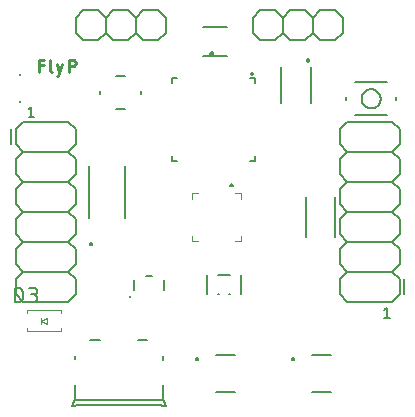
<source format=gto>
G04 EAGLE Gerber RS-274X export*
G75*
%MOMM*%
%FSLAX34Y34*%
%LPD*%
%INSilkscreen Top*%
%IPPOS*%
%AMOC8*
5,1,8,0,0,1.08239X$1,22.5*%
G01*
%ADD10C,0.254000*%
%ADD11C,0.203200*%
%ADD12C,0.127000*%
%ADD13C,0.152400*%
%ADD14C,0.200000*%
%ADD15C,0.120000*%
%ADD16C,0.254000*%
%ADD17R,0.250000X0.250000*%
%ADD18C,0.050000*%


D10*
X23563Y274320D02*
X23563Y284480D01*
X28078Y284480D01*
X28078Y279964D02*
X23563Y279964D01*
X32827Y276013D02*
X32827Y284480D01*
X32827Y276013D02*
X32829Y275932D01*
X32835Y275852D01*
X32844Y275772D01*
X32858Y275693D01*
X32875Y275614D01*
X32896Y275536D01*
X32920Y275459D01*
X32948Y275384D01*
X32980Y275310D01*
X33015Y275237D01*
X33054Y275167D01*
X33096Y275098D01*
X33141Y275031D01*
X33189Y274966D01*
X33241Y274904D01*
X33295Y274845D01*
X33352Y274788D01*
X33411Y274734D01*
X33473Y274682D01*
X33538Y274634D01*
X33605Y274589D01*
X33674Y274547D01*
X33744Y274508D01*
X33817Y274473D01*
X33891Y274441D01*
X33966Y274413D01*
X34043Y274389D01*
X34121Y274368D01*
X34200Y274351D01*
X34279Y274337D01*
X34359Y274328D01*
X34439Y274322D01*
X34520Y274320D01*
X38566Y270933D02*
X39695Y270933D01*
X43081Y281093D01*
X38566Y281093D02*
X40823Y274320D01*
X48966Y274320D02*
X48966Y284480D01*
X51788Y284480D01*
X51894Y284478D01*
X51999Y284472D01*
X52104Y284462D01*
X52209Y284448D01*
X52313Y284431D01*
X52416Y284409D01*
X52518Y284384D01*
X52620Y284355D01*
X52720Y284322D01*
X52819Y284285D01*
X52916Y284245D01*
X53012Y284201D01*
X53107Y284153D01*
X53199Y284102D01*
X53289Y284047D01*
X53378Y283990D01*
X53464Y283929D01*
X53547Y283864D01*
X53629Y283797D01*
X53707Y283727D01*
X53783Y283653D01*
X53857Y283577D01*
X53927Y283499D01*
X53994Y283417D01*
X54059Y283334D01*
X54120Y283248D01*
X54177Y283159D01*
X54232Y283069D01*
X54283Y282977D01*
X54331Y282882D01*
X54375Y282786D01*
X54415Y282689D01*
X54452Y282590D01*
X54485Y282490D01*
X54514Y282388D01*
X54539Y282286D01*
X54561Y282183D01*
X54578Y282079D01*
X54592Y281974D01*
X54602Y281869D01*
X54608Y281764D01*
X54610Y281658D01*
X54608Y281552D01*
X54602Y281447D01*
X54592Y281342D01*
X54578Y281237D01*
X54561Y281133D01*
X54539Y281030D01*
X54514Y280928D01*
X54485Y280826D01*
X54452Y280726D01*
X54415Y280627D01*
X54375Y280530D01*
X54331Y280434D01*
X54283Y280339D01*
X54232Y280247D01*
X54177Y280157D01*
X54120Y280068D01*
X54059Y279982D01*
X53994Y279899D01*
X53927Y279817D01*
X53857Y279739D01*
X53783Y279663D01*
X53707Y279589D01*
X53629Y279519D01*
X53547Y279452D01*
X53464Y279387D01*
X53378Y279326D01*
X53289Y279269D01*
X53199Y279214D01*
X53107Y279163D01*
X53012Y279115D01*
X52916Y279071D01*
X52819Y279031D01*
X52720Y278994D01*
X52620Y278961D01*
X52518Y278932D01*
X52416Y278907D01*
X52313Y278885D01*
X52209Y278868D01*
X52104Y278854D01*
X51999Y278844D01*
X51894Y278838D01*
X51788Y278836D01*
X48966Y278836D01*
D11*
X17244Y244094D02*
X14986Y242288D01*
X17244Y244094D02*
X17244Y235966D01*
X14986Y235966D02*
X19502Y235966D01*
X315976Y72108D02*
X318234Y73914D01*
X318234Y65786D01*
X315976Y65786D02*
X320492Y65786D01*
D12*
X168720Y289970D02*
X168722Y290033D01*
X168728Y290095D01*
X168738Y290157D01*
X168751Y290219D01*
X168769Y290279D01*
X168790Y290338D01*
X168815Y290396D01*
X168844Y290452D01*
X168876Y290506D01*
X168911Y290558D01*
X168949Y290607D01*
X168991Y290655D01*
X169035Y290699D01*
X169083Y290741D01*
X169132Y290779D01*
X169184Y290814D01*
X169238Y290846D01*
X169294Y290875D01*
X169352Y290900D01*
X169411Y290921D01*
X169471Y290939D01*
X169533Y290952D01*
X169595Y290962D01*
X169657Y290968D01*
X169720Y290970D01*
X169783Y290968D01*
X169845Y290962D01*
X169907Y290952D01*
X169969Y290939D01*
X170029Y290921D01*
X170088Y290900D01*
X170146Y290875D01*
X170202Y290846D01*
X170256Y290814D01*
X170308Y290779D01*
X170357Y290741D01*
X170405Y290699D01*
X170449Y290655D01*
X170491Y290607D01*
X170529Y290558D01*
X170564Y290506D01*
X170596Y290452D01*
X170625Y290396D01*
X170650Y290338D01*
X170671Y290279D01*
X170689Y290219D01*
X170702Y290157D01*
X170712Y290095D01*
X170718Y290033D01*
X170720Y289970D01*
X170718Y289907D01*
X170712Y289845D01*
X170702Y289783D01*
X170689Y289721D01*
X170671Y289661D01*
X170650Y289602D01*
X170625Y289544D01*
X170596Y289488D01*
X170564Y289434D01*
X170529Y289382D01*
X170491Y289333D01*
X170449Y289285D01*
X170405Y289241D01*
X170357Y289199D01*
X170308Y289161D01*
X170256Y289126D01*
X170202Y289094D01*
X170146Y289065D01*
X170088Y289040D01*
X170029Y289019D01*
X169969Y289001D01*
X169907Y288988D01*
X169845Y288978D01*
X169783Y288972D01*
X169720Y288970D01*
X169657Y288972D01*
X169595Y288978D01*
X169533Y288988D01*
X169471Y289001D01*
X169411Y289019D01*
X169352Y289040D01*
X169294Y289065D01*
X169238Y289094D01*
X169184Y289126D01*
X169132Y289161D01*
X169083Y289199D01*
X169035Y289241D01*
X168991Y289285D01*
X168949Y289333D01*
X168911Y289382D01*
X168876Y289434D01*
X168844Y289488D01*
X168815Y289544D01*
X168790Y289602D01*
X168769Y289661D01*
X168751Y289721D01*
X168738Y289783D01*
X168728Y289845D01*
X168722Y289907D01*
X168720Y289970D01*
X162720Y287220D02*
X182720Y287220D01*
X182720Y312220D02*
X162720Y312220D01*
D13*
X194560Y102080D02*
X194560Y85880D01*
X166120Y85880D02*
X166120Y102080D01*
X175120Y102080D02*
X185560Y102080D01*
X176060Y85880D02*
X175120Y85880D01*
X184620Y85880D02*
X185560Y85880D01*
D12*
X249403Y134130D02*
X249403Y168130D01*
X273837Y168130D02*
X273837Y134130D01*
D11*
X291420Y265460D02*
X318180Y265460D01*
X318180Y237460D02*
X291420Y237460D01*
X325800Y250160D02*
X325800Y252760D01*
X283800Y252760D02*
X283800Y250160D01*
D12*
X296750Y251460D02*
X296752Y251658D01*
X296760Y251855D01*
X296772Y252052D01*
X296789Y252249D01*
X296811Y252445D01*
X296837Y252641D01*
X296869Y252836D01*
X296905Y253030D01*
X296946Y253224D01*
X296991Y253416D01*
X297042Y253607D01*
X297097Y253797D01*
X297156Y253985D01*
X297221Y254172D01*
X297289Y254357D01*
X297363Y254541D01*
X297441Y254722D01*
X297523Y254902D01*
X297610Y255079D01*
X297701Y255255D01*
X297796Y255428D01*
X297895Y255599D01*
X297999Y255767D01*
X298107Y255932D01*
X298218Y256095D01*
X298334Y256255D01*
X298454Y256413D01*
X298577Y256567D01*
X298704Y256718D01*
X298835Y256866D01*
X298970Y257011D01*
X299108Y257152D01*
X299249Y257290D01*
X299394Y257425D01*
X299542Y257556D01*
X299693Y257683D01*
X299847Y257806D01*
X300005Y257926D01*
X300165Y258042D01*
X300328Y258153D01*
X300493Y258261D01*
X300661Y258365D01*
X300832Y258464D01*
X301005Y258559D01*
X301181Y258650D01*
X301358Y258737D01*
X301538Y258819D01*
X301719Y258897D01*
X301903Y258971D01*
X302088Y259039D01*
X302275Y259104D01*
X302463Y259163D01*
X302653Y259218D01*
X302844Y259269D01*
X303036Y259314D01*
X303230Y259355D01*
X303424Y259391D01*
X303619Y259423D01*
X303815Y259449D01*
X304011Y259471D01*
X304208Y259488D01*
X304405Y259500D01*
X304602Y259508D01*
X304800Y259510D01*
X304998Y259508D01*
X305195Y259500D01*
X305392Y259488D01*
X305589Y259471D01*
X305785Y259449D01*
X305981Y259423D01*
X306176Y259391D01*
X306370Y259355D01*
X306564Y259314D01*
X306756Y259269D01*
X306947Y259218D01*
X307137Y259163D01*
X307325Y259104D01*
X307512Y259039D01*
X307697Y258971D01*
X307881Y258897D01*
X308062Y258819D01*
X308242Y258737D01*
X308419Y258650D01*
X308595Y258559D01*
X308768Y258464D01*
X308939Y258365D01*
X309107Y258261D01*
X309272Y258153D01*
X309435Y258042D01*
X309595Y257926D01*
X309753Y257806D01*
X309907Y257683D01*
X310058Y257556D01*
X310206Y257425D01*
X310351Y257290D01*
X310492Y257152D01*
X310630Y257011D01*
X310765Y256866D01*
X310896Y256718D01*
X311023Y256567D01*
X311146Y256413D01*
X311266Y256255D01*
X311382Y256095D01*
X311493Y255932D01*
X311601Y255767D01*
X311705Y255599D01*
X311804Y255428D01*
X311899Y255255D01*
X311990Y255079D01*
X312077Y254902D01*
X312159Y254722D01*
X312237Y254541D01*
X312311Y254357D01*
X312379Y254172D01*
X312444Y253985D01*
X312503Y253797D01*
X312558Y253607D01*
X312609Y253416D01*
X312654Y253224D01*
X312695Y253030D01*
X312731Y252836D01*
X312763Y252641D01*
X312789Y252445D01*
X312811Y252249D01*
X312828Y252052D01*
X312840Y251855D01*
X312848Y251658D01*
X312850Y251460D01*
X312848Y251262D01*
X312840Y251065D01*
X312828Y250868D01*
X312811Y250671D01*
X312789Y250475D01*
X312763Y250279D01*
X312731Y250084D01*
X312695Y249890D01*
X312654Y249696D01*
X312609Y249504D01*
X312558Y249313D01*
X312503Y249123D01*
X312444Y248935D01*
X312379Y248748D01*
X312311Y248563D01*
X312237Y248379D01*
X312159Y248198D01*
X312077Y248018D01*
X311990Y247841D01*
X311899Y247665D01*
X311804Y247492D01*
X311705Y247321D01*
X311601Y247153D01*
X311493Y246988D01*
X311382Y246825D01*
X311266Y246665D01*
X311146Y246507D01*
X311023Y246353D01*
X310896Y246202D01*
X310765Y246054D01*
X310630Y245909D01*
X310492Y245768D01*
X310351Y245630D01*
X310206Y245495D01*
X310058Y245364D01*
X309907Y245237D01*
X309753Y245114D01*
X309595Y244994D01*
X309435Y244878D01*
X309272Y244767D01*
X309107Y244659D01*
X308939Y244555D01*
X308768Y244456D01*
X308595Y244361D01*
X308419Y244270D01*
X308242Y244183D01*
X308062Y244101D01*
X307881Y244023D01*
X307697Y243949D01*
X307512Y243881D01*
X307325Y243816D01*
X307137Y243757D01*
X306947Y243702D01*
X306756Y243651D01*
X306564Y243606D01*
X306370Y243565D01*
X306176Y243529D01*
X305981Y243497D01*
X305785Y243471D01*
X305589Y243449D01*
X305392Y243432D01*
X305195Y243420D01*
X304998Y243412D01*
X304800Y243410D01*
X304602Y243412D01*
X304405Y243420D01*
X304208Y243432D01*
X304011Y243449D01*
X303815Y243471D01*
X303619Y243497D01*
X303424Y243529D01*
X303230Y243565D01*
X303036Y243606D01*
X302844Y243651D01*
X302653Y243702D01*
X302463Y243757D01*
X302275Y243816D01*
X302088Y243881D01*
X301903Y243949D01*
X301719Y244023D01*
X301538Y244101D01*
X301358Y244183D01*
X301181Y244270D01*
X301005Y244361D01*
X300832Y244456D01*
X300661Y244555D01*
X300493Y244659D01*
X300328Y244767D01*
X300165Y244878D01*
X300005Y244994D01*
X299847Y245114D01*
X299693Y245237D01*
X299542Y245364D01*
X299394Y245495D01*
X299249Y245630D01*
X299108Y245768D01*
X298970Y245909D01*
X298835Y246054D01*
X298704Y246202D01*
X298577Y246353D01*
X298454Y246507D01*
X298334Y246665D01*
X298218Y246825D01*
X298107Y246988D01*
X297999Y247153D01*
X297895Y247321D01*
X297796Y247492D01*
X297701Y247665D01*
X297610Y247841D01*
X297523Y248018D01*
X297441Y248198D01*
X297363Y248379D01*
X297289Y248563D01*
X297221Y248748D01*
X297156Y248935D01*
X297097Y249123D01*
X297042Y249313D01*
X296991Y249504D01*
X296946Y249696D01*
X296905Y249890D01*
X296869Y250084D01*
X296837Y250279D01*
X296811Y250475D01*
X296789Y250671D01*
X296772Y250868D01*
X296760Y251065D01*
X296752Y251262D01*
X296750Y251460D01*
X270890Y34700D02*
X254890Y34700D01*
X254890Y3400D02*
X270890Y3400D01*
D14*
X237890Y31050D02*
X237892Y31113D01*
X237898Y31175D01*
X237908Y31237D01*
X237921Y31299D01*
X237939Y31359D01*
X237960Y31418D01*
X237985Y31476D01*
X238014Y31532D01*
X238046Y31586D01*
X238081Y31638D01*
X238119Y31687D01*
X238161Y31735D01*
X238205Y31779D01*
X238253Y31821D01*
X238302Y31859D01*
X238354Y31894D01*
X238408Y31926D01*
X238464Y31955D01*
X238522Y31980D01*
X238581Y32001D01*
X238641Y32019D01*
X238703Y32032D01*
X238765Y32042D01*
X238827Y32048D01*
X238890Y32050D01*
X238953Y32048D01*
X239015Y32042D01*
X239077Y32032D01*
X239139Y32019D01*
X239199Y32001D01*
X239258Y31980D01*
X239316Y31955D01*
X239372Y31926D01*
X239426Y31894D01*
X239478Y31859D01*
X239527Y31821D01*
X239575Y31779D01*
X239619Y31735D01*
X239661Y31687D01*
X239699Y31638D01*
X239734Y31586D01*
X239766Y31532D01*
X239795Y31476D01*
X239820Y31418D01*
X239841Y31359D01*
X239859Y31299D01*
X239872Y31237D01*
X239882Y31175D01*
X239888Y31113D01*
X239890Y31050D01*
X239888Y30987D01*
X239882Y30925D01*
X239872Y30863D01*
X239859Y30801D01*
X239841Y30741D01*
X239820Y30682D01*
X239795Y30624D01*
X239766Y30568D01*
X239734Y30514D01*
X239699Y30462D01*
X239661Y30413D01*
X239619Y30365D01*
X239575Y30321D01*
X239527Y30279D01*
X239478Y30241D01*
X239426Y30206D01*
X239372Y30174D01*
X239316Y30145D01*
X239258Y30120D01*
X239199Y30099D01*
X239139Y30081D01*
X239077Y30068D01*
X239015Y30058D01*
X238953Y30052D01*
X238890Y30050D01*
X238827Y30052D01*
X238765Y30058D01*
X238703Y30068D01*
X238641Y30081D01*
X238581Y30099D01*
X238522Y30120D01*
X238464Y30145D01*
X238408Y30174D01*
X238354Y30206D01*
X238302Y30241D01*
X238253Y30279D01*
X238205Y30321D01*
X238161Y30365D01*
X238119Y30413D01*
X238081Y30462D01*
X238046Y30514D01*
X238014Y30568D01*
X237985Y30624D01*
X237960Y30682D01*
X237939Y30741D01*
X237921Y30801D01*
X237908Y30863D01*
X237898Y30925D01*
X237892Y30987D01*
X237890Y31050D01*
D15*
X194490Y171630D02*
X189590Y171630D01*
X194490Y171630D02*
X194490Y166730D01*
X158390Y171630D02*
X153490Y171630D01*
X153490Y166730D01*
X153490Y130630D02*
X158390Y130630D01*
X153490Y130630D02*
X153490Y135530D01*
X189590Y130630D02*
X194490Y130630D01*
X194490Y135530D01*
D14*
X185590Y178130D02*
X185592Y178193D01*
X185598Y178255D01*
X185608Y178317D01*
X185621Y178379D01*
X185639Y178439D01*
X185660Y178498D01*
X185685Y178556D01*
X185714Y178612D01*
X185746Y178666D01*
X185781Y178718D01*
X185819Y178767D01*
X185861Y178815D01*
X185905Y178859D01*
X185953Y178901D01*
X186002Y178939D01*
X186054Y178974D01*
X186108Y179006D01*
X186164Y179035D01*
X186222Y179060D01*
X186281Y179081D01*
X186341Y179099D01*
X186403Y179112D01*
X186465Y179122D01*
X186527Y179128D01*
X186590Y179130D01*
X186653Y179128D01*
X186715Y179122D01*
X186777Y179112D01*
X186839Y179099D01*
X186899Y179081D01*
X186958Y179060D01*
X187016Y179035D01*
X187072Y179006D01*
X187126Y178974D01*
X187178Y178939D01*
X187227Y178901D01*
X187275Y178859D01*
X187319Y178815D01*
X187361Y178767D01*
X187399Y178718D01*
X187434Y178666D01*
X187466Y178612D01*
X187495Y178556D01*
X187520Y178498D01*
X187541Y178439D01*
X187559Y178379D01*
X187572Y178317D01*
X187582Y178255D01*
X187588Y178193D01*
X187590Y178130D01*
X187588Y178067D01*
X187582Y178005D01*
X187572Y177943D01*
X187559Y177881D01*
X187541Y177821D01*
X187520Y177762D01*
X187495Y177704D01*
X187466Y177648D01*
X187434Y177594D01*
X187399Y177542D01*
X187361Y177493D01*
X187319Y177445D01*
X187275Y177401D01*
X187227Y177359D01*
X187178Y177321D01*
X187126Y177286D01*
X187072Y177254D01*
X187016Y177225D01*
X186958Y177200D01*
X186899Y177179D01*
X186839Y177161D01*
X186777Y177148D01*
X186715Y177138D01*
X186653Y177132D01*
X186590Y177130D01*
X186527Y177132D01*
X186465Y177138D01*
X186403Y177148D01*
X186341Y177161D01*
X186281Y177179D01*
X186222Y177200D01*
X186164Y177225D01*
X186108Y177254D01*
X186054Y177286D01*
X186002Y177321D01*
X185953Y177359D01*
X185905Y177401D01*
X185861Y177445D01*
X185819Y177493D01*
X185781Y177542D01*
X185746Y177594D01*
X185714Y177648D01*
X185685Y177704D01*
X185660Y177762D01*
X185639Y177821D01*
X185621Y177881D01*
X185608Y177943D01*
X185598Y178005D01*
X185592Y178067D01*
X185590Y178130D01*
D12*
X189610Y34700D02*
X173610Y34700D01*
X173610Y3400D02*
X189610Y3400D01*
D14*
X156610Y31050D02*
X156612Y31113D01*
X156618Y31175D01*
X156628Y31237D01*
X156641Y31299D01*
X156659Y31359D01*
X156680Y31418D01*
X156705Y31476D01*
X156734Y31532D01*
X156766Y31586D01*
X156801Y31638D01*
X156839Y31687D01*
X156881Y31735D01*
X156925Y31779D01*
X156973Y31821D01*
X157022Y31859D01*
X157074Y31894D01*
X157128Y31926D01*
X157184Y31955D01*
X157242Y31980D01*
X157301Y32001D01*
X157361Y32019D01*
X157423Y32032D01*
X157485Y32042D01*
X157547Y32048D01*
X157610Y32050D01*
X157673Y32048D01*
X157735Y32042D01*
X157797Y32032D01*
X157859Y32019D01*
X157919Y32001D01*
X157978Y31980D01*
X158036Y31955D01*
X158092Y31926D01*
X158146Y31894D01*
X158198Y31859D01*
X158247Y31821D01*
X158295Y31779D01*
X158339Y31735D01*
X158381Y31687D01*
X158419Y31638D01*
X158454Y31586D01*
X158486Y31532D01*
X158515Y31476D01*
X158540Y31418D01*
X158561Y31359D01*
X158579Y31299D01*
X158592Y31237D01*
X158602Y31175D01*
X158608Y31113D01*
X158610Y31050D01*
X158608Y30987D01*
X158602Y30925D01*
X158592Y30863D01*
X158579Y30801D01*
X158561Y30741D01*
X158540Y30682D01*
X158515Y30624D01*
X158486Y30568D01*
X158454Y30514D01*
X158419Y30462D01*
X158381Y30413D01*
X158339Y30365D01*
X158295Y30321D01*
X158247Y30279D01*
X158198Y30241D01*
X158146Y30206D01*
X158092Y30174D01*
X158036Y30145D01*
X157978Y30120D01*
X157919Y30099D01*
X157859Y30081D01*
X157797Y30068D01*
X157735Y30058D01*
X157673Y30052D01*
X157610Y30050D01*
X157547Y30052D01*
X157485Y30058D01*
X157423Y30068D01*
X157361Y30081D01*
X157301Y30099D01*
X157242Y30120D01*
X157184Y30145D01*
X157128Y30174D01*
X157074Y30206D01*
X157022Y30241D01*
X156973Y30279D01*
X156925Y30321D01*
X156881Y30365D01*
X156839Y30413D01*
X156801Y30462D01*
X156766Y30514D01*
X156734Y30568D01*
X156705Y30624D01*
X156680Y30682D01*
X156659Y30741D01*
X156641Y30801D01*
X156628Y30863D01*
X156618Y30925D01*
X156612Y30987D01*
X156610Y31050D01*
X66430Y128320D02*
X66432Y128383D01*
X66438Y128445D01*
X66448Y128507D01*
X66461Y128569D01*
X66479Y128629D01*
X66500Y128688D01*
X66525Y128746D01*
X66554Y128802D01*
X66586Y128856D01*
X66621Y128908D01*
X66659Y128957D01*
X66701Y129005D01*
X66745Y129049D01*
X66793Y129091D01*
X66842Y129129D01*
X66894Y129164D01*
X66948Y129196D01*
X67004Y129225D01*
X67062Y129250D01*
X67121Y129271D01*
X67181Y129289D01*
X67243Y129302D01*
X67305Y129312D01*
X67367Y129318D01*
X67430Y129320D01*
X67493Y129318D01*
X67555Y129312D01*
X67617Y129302D01*
X67679Y129289D01*
X67739Y129271D01*
X67798Y129250D01*
X67856Y129225D01*
X67912Y129196D01*
X67966Y129164D01*
X68018Y129129D01*
X68067Y129091D01*
X68115Y129049D01*
X68159Y129005D01*
X68201Y128957D01*
X68239Y128908D01*
X68274Y128856D01*
X68306Y128802D01*
X68335Y128746D01*
X68360Y128688D01*
X68381Y128629D01*
X68399Y128569D01*
X68412Y128507D01*
X68422Y128445D01*
X68428Y128383D01*
X68430Y128320D01*
X68428Y128257D01*
X68422Y128195D01*
X68412Y128133D01*
X68399Y128071D01*
X68381Y128011D01*
X68360Y127952D01*
X68335Y127894D01*
X68306Y127838D01*
X68274Y127784D01*
X68239Y127732D01*
X68201Y127683D01*
X68159Y127635D01*
X68115Y127591D01*
X68067Y127549D01*
X68018Y127511D01*
X67966Y127476D01*
X67912Y127444D01*
X67856Y127415D01*
X67798Y127390D01*
X67739Y127369D01*
X67679Y127351D01*
X67617Y127338D01*
X67555Y127328D01*
X67493Y127322D01*
X67430Y127320D01*
X67367Y127322D01*
X67305Y127328D01*
X67243Y127338D01*
X67181Y127351D01*
X67121Y127369D01*
X67062Y127390D01*
X67004Y127415D01*
X66948Y127444D01*
X66894Y127476D01*
X66842Y127511D01*
X66793Y127549D01*
X66745Y127591D01*
X66701Y127635D01*
X66659Y127683D01*
X66621Y127732D01*
X66586Y127784D01*
X66554Y127838D01*
X66525Y127894D01*
X66500Y127952D01*
X66479Y128011D01*
X66461Y128071D01*
X66448Y128133D01*
X66438Y128195D01*
X66432Y128257D01*
X66430Y128320D01*
D12*
X66280Y150720D02*
X66280Y194720D01*
X96280Y194720D02*
X96280Y150720D01*
D11*
X129540Y98274D02*
X129540Y89686D01*
X104140Y89686D02*
X104140Y98274D01*
X114156Y101068D02*
X119524Y101068D01*
D16*
X100838Y83820D03*
D13*
X136450Y198680D02*
X136450Y202680D01*
X136450Y198680D02*
X140450Y198680D01*
X136450Y264680D02*
X136450Y268680D01*
X140450Y268680D01*
X202450Y198680D02*
X206450Y198680D01*
X206450Y202680D01*
D10*
X202700Y273050D02*
X202702Y273094D01*
X202708Y273138D01*
X202718Y273181D01*
X202731Y273223D01*
X202748Y273264D01*
X202769Y273303D01*
X202793Y273340D01*
X202820Y273375D01*
X202850Y273407D01*
X202883Y273437D01*
X202919Y273463D01*
X202956Y273487D01*
X202996Y273506D01*
X203037Y273523D01*
X203080Y273535D01*
X203123Y273544D01*
X203167Y273549D01*
X203211Y273550D01*
X203255Y273547D01*
X203299Y273540D01*
X203342Y273529D01*
X203384Y273515D01*
X203424Y273497D01*
X203463Y273475D01*
X203499Y273451D01*
X203533Y273423D01*
X203565Y273392D01*
X203594Y273358D01*
X203620Y273322D01*
X203642Y273284D01*
X203661Y273244D01*
X203676Y273202D01*
X203688Y273160D01*
X203696Y273116D01*
X203700Y273072D01*
X203700Y273028D01*
X203696Y272984D01*
X203688Y272940D01*
X203676Y272898D01*
X203661Y272856D01*
X203642Y272816D01*
X203620Y272778D01*
X203594Y272742D01*
X203565Y272708D01*
X203533Y272677D01*
X203499Y272649D01*
X203463Y272625D01*
X203424Y272603D01*
X203384Y272585D01*
X203342Y272571D01*
X203299Y272560D01*
X203255Y272553D01*
X203211Y272550D01*
X203167Y272551D01*
X203123Y272556D01*
X203080Y272565D01*
X203037Y272577D01*
X202996Y272594D01*
X202956Y272613D01*
X202919Y272637D01*
X202883Y272663D01*
X202850Y272693D01*
X202820Y272725D01*
X202793Y272760D01*
X202769Y272797D01*
X202748Y272836D01*
X202731Y272877D01*
X202718Y272919D01*
X202708Y272962D01*
X202702Y273006D01*
X202700Y273050D01*
D13*
X206450Y268680D02*
X206450Y264680D01*
X206450Y268680D02*
X202450Y268680D01*
D12*
X54440Y-3010D02*
X51440Y-9010D01*
X128440Y-3010D02*
X131440Y-9010D01*
X128440Y-4010D02*
X54440Y-4010D01*
X58440Y-8010D02*
X123440Y-8010D01*
X58440Y-8010D02*
X51440Y-9010D01*
X123440Y-8010D02*
X131440Y-9010D01*
X75440Y46990D02*
X66440Y46990D01*
X107440Y46990D02*
X115440Y46990D01*
X128440Y33990D02*
X128440Y29990D01*
X128440Y8990D02*
X128440Y-3010D01*
X54440Y-3010D02*
X54440Y8990D01*
X54440Y30990D02*
X54440Y33990D01*
D11*
X88710Y242770D02*
X96710Y242770D01*
X109980Y255040D02*
X109980Y258040D01*
X75440Y258040D02*
X75440Y255040D01*
X88710Y270310D02*
X96710Y270310D01*
D17*
X7620Y248900D03*
X7620Y271800D03*
D11*
X10160Y231775D02*
X3810Y225425D01*
X3810Y212725D02*
X10160Y206375D01*
X3810Y200025D01*
X3810Y187325D02*
X10160Y180975D01*
X3810Y174625D01*
X3810Y161925D02*
X10160Y155575D01*
X3810Y149225D01*
X3810Y136525D02*
X10160Y130175D01*
X3810Y123825D01*
X3810Y111125D02*
X10160Y104775D01*
X3810Y98425D01*
X3810Y85725D02*
X10160Y79375D01*
X10160Y231775D02*
X48260Y231775D01*
X54610Y225425D01*
X54610Y212725D01*
X48260Y206375D01*
X54610Y200025D01*
X54610Y187325D01*
X48260Y180975D01*
X54610Y174625D01*
X54610Y161925D01*
X48260Y155575D01*
X54610Y149225D01*
X54610Y136525D01*
X48260Y130175D01*
X54610Y123825D01*
X54610Y111125D01*
X48260Y104775D01*
X54610Y98425D01*
X54610Y85725D01*
X48260Y79375D01*
X48260Y206375D02*
X10160Y206375D01*
X10160Y180975D02*
X48260Y180975D01*
X48260Y155575D02*
X10160Y155575D01*
X10160Y130175D02*
X48260Y130175D01*
X48260Y104775D02*
X10160Y104775D01*
X10160Y79375D02*
X48260Y79375D01*
X3810Y85725D02*
X3810Y98425D01*
X3810Y111125D02*
X3810Y123825D01*
X3810Y136525D02*
X3810Y149225D01*
X3810Y161925D02*
X3810Y174625D01*
X3810Y187325D02*
X3810Y200025D01*
X3810Y212725D02*
X3810Y225425D01*
X0Y225425D02*
X0Y212725D01*
X3810Y225425D02*
X10160Y231775D01*
X48260Y231775D01*
X54610Y225425D01*
X10160Y231775D02*
X3810Y225425D01*
X10160Y231775D02*
X48260Y231775D01*
X54610Y225425D01*
X322580Y79375D02*
X328930Y85725D01*
X328930Y98425D02*
X322580Y104775D01*
X328930Y111125D01*
X328930Y123825D02*
X322580Y130175D01*
X328930Y136525D01*
X328930Y149225D02*
X322580Y155575D01*
X328930Y161925D01*
X328930Y174625D02*
X322580Y180975D01*
X328930Y187325D01*
X328930Y200025D02*
X322580Y206375D01*
X328930Y212725D01*
X328930Y225425D02*
X322580Y231775D01*
X322580Y79375D02*
X284480Y79375D01*
X278130Y85725D01*
X278130Y98425D01*
X284480Y104775D01*
X278130Y111125D01*
X278130Y123825D01*
X284480Y130175D01*
X278130Y136525D01*
X278130Y149225D01*
X284480Y155575D01*
X278130Y161925D01*
X278130Y174625D01*
X284480Y180975D01*
X278130Y187325D01*
X278130Y200025D01*
X284480Y206375D01*
X278130Y212725D01*
X278130Y225425D01*
X284480Y231775D01*
X284480Y104775D02*
X322580Y104775D01*
X322580Y130175D02*
X284480Y130175D01*
X284480Y155575D02*
X322580Y155575D01*
X322580Y180975D02*
X284480Y180975D01*
X284480Y206375D02*
X322580Y206375D01*
X322580Y231775D02*
X284480Y231775D01*
X328930Y225425D02*
X328930Y212725D01*
X328930Y200025D02*
X328930Y187325D01*
X328930Y174625D02*
X328930Y161925D01*
X328930Y149225D02*
X328930Y136525D01*
X328930Y123825D02*
X328930Y111125D01*
X328930Y98425D02*
X328930Y85725D01*
X332740Y85725D02*
X332740Y98425D01*
X328930Y85725D02*
X322580Y79375D01*
X284480Y79375D01*
X278130Y85725D01*
X322580Y79375D02*
X328930Y85725D01*
X322580Y79375D02*
X284480Y79375D01*
X278130Y85725D01*
D13*
X274320Y300990D02*
X261620Y300990D01*
X255270Y307340D01*
X255270Y320040D01*
X261620Y326390D01*
X255270Y307340D02*
X248920Y300990D01*
X236220Y300990D01*
X229870Y307340D01*
X229870Y320040D01*
X236220Y326390D01*
X248920Y326390D01*
X255270Y320040D01*
X280670Y320040D02*
X280670Y307340D01*
X274320Y300990D01*
X280670Y320040D02*
X274320Y326390D01*
X261620Y326390D01*
X229870Y307340D02*
X223520Y300990D01*
X210820Y300990D01*
X204470Y307340D01*
X204470Y320040D01*
X210820Y326390D01*
X223520Y326390D01*
X229870Y320040D01*
X124460Y300990D02*
X111760Y300990D01*
X105410Y307340D01*
X105410Y320040D01*
X111760Y326390D01*
X105410Y307340D02*
X99060Y300990D01*
X86360Y300990D01*
X80010Y307340D01*
X80010Y320040D01*
X86360Y326390D01*
X99060Y326390D01*
X105410Y320040D01*
X130810Y320040D02*
X130810Y307340D01*
X124460Y300990D01*
X130810Y320040D02*
X124460Y326390D01*
X111760Y326390D01*
X80010Y307340D02*
X73660Y300990D01*
X60960Y300990D01*
X54610Y307340D01*
X54610Y320040D01*
X60960Y326390D01*
X73660Y326390D01*
X80010Y320040D01*
D14*
X250300Y283890D02*
X250302Y283953D01*
X250308Y284015D01*
X250318Y284077D01*
X250331Y284139D01*
X250349Y284199D01*
X250370Y284258D01*
X250395Y284316D01*
X250424Y284372D01*
X250456Y284426D01*
X250491Y284478D01*
X250529Y284527D01*
X250571Y284575D01*
X250615Y284619D01*
X250663Y284661D01*
X250712Y284699D01*
X250764Y284734D01*
X250818Y284766D01*
X250874Y284795D01*
X250932Y284820D01*
X250991Y284841D01*
X251051Y284859D01*
X251113Y284872D01*
X251175Y284882D01*
X251237Y284888D01*
X251300Y284890D01*
X251363Y284888D01*
X251425Y284882D01*
X251487Y284872D01*
X251549Y284859D01*
X251609Y284841D01*
X251668Y284820D01*
X251726Y284795D01*
X251782Y284766D01*
X251836Y284734D01*
X251888Y284699D01*
X251937Y284661D01*
X251985Y284619D01*
X252029Y284575D01*
X252071Y284527D01*
X252109Y284478D01*
X252144Y284426D01*
X252176Y284372D01*
X252205Y284316D01*
X252230Y284258D01*
X252251Y284199D01*
X252269Y284139D01*
X252282Y284077D01*
X252292Y284015D01*
X252298Y283953D01*
X252300Y283890D01*
X252298Y283827D01*
X252292Y283765D01*
X252282Y283703D01*
X252269Y283641D01*
X252251Y283581D01*
X252230Y283522D01*
X252205Y283464D01*
X252176Y283408D01*
X252144Y283354D01*
X252109Y283302D01*
X252071Y283253D01*
X252029Y283205D01*
X251985Y283161D01*
X251937Y283119D01*
X251888Y283081D01*
X251836Y283046D01*
X251782Y283014D01*
X251726Y282985D01*
X251668Y282960D01*
X251609Y282939D01*
X251549Y282921D01*
X251487Y282908D01*
X251425Y282898D01*
X251363Y282892D01*
X251300Y282890D01*
X251237Y282892D01*
X251175Y282898D01*
X251113Y282908D01*
X251051Y282921D01*
X250991Y282939D01*
X250932Y282960D01*
X250874Y282985D01*
X250818Y283014D01*
X250764Y283046D01*
X250712Y283081D01*
X250663Y283119D01*
X250615Y283161D01*
X250571Y283205D01*
X250529Y283253D01*
X250491Y283302D01*
X250456Y283354D01*
X250424Y283408D01*
X250395Y283464D01*
X250370Y283522D01*
X250349Y283581D01*
X250331Y283641D01*
X250318Y283703D01*
X250308Y283765D01*
X250302Y283827D01*
X250300Y283890D01*
D12*
X253690Y278390D02*
X253690Y247390D01*
X228910Y247390D02*
X228910Y278390D01*
D15*
X13740Y72500D02*
X13740Y69600D01*
X42140Y57400D02*
X42140Y54500D01*
X13740Y54500D01*
X13740Y57400D01*
X13740Y72500D02*
X42140Y72500D01*
X42140Y69600D01*
D18*
X30440Y66000D02*
X30440Y61000D01*
X25440Y63500D01*
X30440Y66000D01*
X25440Y66000D02*
X25440Y61000D01*
D12*
X3175Y79375D02*
X3175Y91305D01*
X6489Y91305D01*
X6602Y91303D01*
X6715Y91297D01*
X6828Y91288D01*
X6940Y91274D01*
X7052Y91257D01*
X7163Y91236D01*
X7274Y91211D01*
X7383Y91182D01*
X7492Y91150D01*
X7599Y91114D01*
X7705Y91074D01*
X7809Y91031D01*
X7912Y90984D01*
X8014Y90933D01*
X8113Y90880D01*
X8211Y90823D01*
X8307Y90762D01*
X8400Y90698D01*
X8491Y90632D01*
X8580Y90562D01*
X8667Y90489D01*
X8751Y90413D01*
X8832Y90334D01*
X8911Y90253D01*
X8987Y90169D01*
X9060Y90082D01*
X9130Y89993D01*
X9196Y89902D01*
X9260Y89809D01*
X9321Y89713D01*
X9378Y89615D01*
X9431Y89516D01*
X9482Y89414D01*
X9529Y89311D01*
X9572Y89207D01*
X9612Y89101D01*
X9648Y88994D01*
X9680Y88885D01*
X9709Y88776D01*
X9734Y88665D01*
X9755Y88554D01*
X9772Y88442D01*
X9786Y88330D01*
X9795Y88217D01*
X9801Y88104D01*
X9803Y87991D01*
X9803Y82689D01*
X9801Y82576D01*
X9795Y82463D01*
X9786Y82350D01*
X9772Y82238D01*
X9755Y82126D01*
X9734Y82015D01*
X9709Y81904D01*
X9680Y81795D01*
X9648Y81686D01*
X9612Y81579D01*
X9572Y81473D01*
X9529Y81369D01*
X9482Y81266D01*
X9431Y81164D01*
X9378Y81065D01*
X9321Y80967D01*
X9260Y80871D01*
X9196Y80778D01*
X9130Y80687D01*
X9060Y80598D01*
X8987Y80511D01*
X8911Y80427D01*
X8832Y80346D01*
X8751Y80267D01*
X8667Y80191D01*
X8580Y80118D01*
X8491Y80048D01*
X8400Y79982D01*
X8307Y79918D01*
X8211Y79857D01*
X8113Y79800D01*
X8014Y79747D01*
X7912Y79696D01*
X7809Y79649D01*
X7705Y79606D01*
X7599Y79566D01*
X7492Y79530D01*
X7383Y79498D01*
X7274Y79469D01*
X7163Y79444D01*
X7052Y79423D01*
X6940Y79406D01*
X6828Y79392D01*
X6715Y79383D01*
X6602Y79377D01*
X6489Y79375D01*
X3175Y79375D01*
X15451Y79375D02*
X18765Y79375D01*
X18879Y79377D01*
X18994Y79383D01*
X19108Y79393D01*
X19221Y79407D01*
X19334Y79424D01*
X19447Y79446D01*
X19558Y79471D01*
X19669Y79501D01*
X19778Y79534D01*
X19887Y79571D01*
X19993Y79611D01*
X20099Y79655D01*
X20203Y79703D01*
X20305Y79755D01*
X20405Y79810D01*
X20504Y79868D01*
X20600Y79930D01*
X20694Y79995D01*
X20786Y80063D01*
X20876Y80134D01*
X20963Y80208D01*
X21047Y80286D01*
X21128Y80366D01*
X21207Y80449D01*
X21283Y80535D01*
X21356Y80623D01*
X21426Y80713D01*
X21492Y80806D01*
X21556Y80902D01*
X21616Y80999D01*
X21672Y81098D01*
X21726Y81200D01*
X21775Y81303D01*
X21821Y81408D01*
X21864Y81514D01*
X21902Y81621D01*
X21937Y81730D01*
X21969Y81840D01*
X21996Y81952D01*
X22019Y82064D01*
X22039Y82176D01*
X22055Y82290D01*
X22067Y82403D01*
X22075Y82517D01*
X22079Y82632D01*
X22079Y82746D01*
X22075Y82861D01*
X22067Y82975D01*
X22055Y83088D01*
X22039Y83202D01*
X22019Y83314D01*
X21996Y83426D01*
X21969Y83538D01*
X21937Y83648D01*
X21902Y83757D01*
X21864Y83864D01*
X21821Y83970D01*
X21775Y84075D01*
X21726Y84178D01*
X21672Y84280D01*
X21616Y84379D01*
X21556Y84476D01*
X21492Y84572D01*
X21426Y84665D01*
X21356Y84755D01*
X21283Y84843D01*
X21207Y84929D01*
X21128Y85012D01*
X21047Y85092D01*
X20963Y85170D01*
X20876Y85244D01*
X20786Y85315D01*
X20694Y85383D01*
X20600Y85448D01*
X20504Y85510D01*
X20405Y85568D01*
X20305Y85623D01*
X20203Y85675D01*
X20099Y85723D01*
X19993Y85767D01*
X19887Y85807D01*
X19778Y85844D01*
X19669Y85877D01*
X19558Y85907D01*
X19447Y85932D01*
X19334Y85954D01*
X19221Y85971D01*
X19108Y85985D01*
X18994Y85995D01*
X18879Y86001D01*
X18765Y86003D01*
X19428Y91305D02*
X15451Y91305D01*
X19428Y91305D02*
X19530Y91303D01*
X19631Y91297D01*
X19732Y91288D01*
X19833Y91274D01*
X19933Y91257D01*
X20032Y91235D01*
X20130Y91210D01*
X20228Y91181D01*
X20324Y91149D01*
X20419Y91113D01*
X20512Y91073D01*
X20604Y91030D01*
X20694Y90983D01*
X20783Y90933D01*
X20869Y90879D01*
X20953Y90822D01*
X21035Y90762D01*
X21115Y90699D01*
X21192Y90633D01*
X21266Y90564D01*
X21338Y90492D01*
X21407Y90418D01*
X21473Y90341D01*
X21536Y90261D01*
X21596Y90179D01*
X21653Y90095D01*
X21707Y90009D01*
X21757Y89920D01*
X21804Y89830D01*
X21847Y89738D01*
X21887Y89645D01*
X21923Y89550D01*
X21955Y89454D01*
X21984Y89356D01*
X22009Y89258D01*
X22031Y89159D01*
X22048Y89059D01*
X22062Y88958D01*
X22071Y88857D01*
X22077Y88756D01*
X22079Y88654D01*
X22077Y88552D01*
X22071Y88451D01*
X22062Y88350D01*
X22048Y88249D01*
X22031Y88149D01*
X22009Y88050D01*
X21984Y87952D01*
X21955Y87854D01*
X21923Y87758D01*
X21887Y87663D01*
X21847Y87570D01*
X21804Y87478D01*
X21757Y87388D01*
X21707Y87299D01*
X21653Y87213D01*
X21596Y87129D01*
X21536Y87047D01*
X21473Y86967D01*
X21407Y86890D01*
X21338Y86816D01*
X21266Y86744D01*
X21192Y86675D01*
X21115Y86609D01*
X21035Y86546D01*
X20953Y86486D01*
X20869Y86429D01*
X20783Y86375D01*
X20694Y86325D01*
X20604Y86278D01*
X20512Y86235D01*
X20419Y86195D01*
X20324Y86159D01*
X20228Y86127D01*
X20130Y86098D01*
X20032Y86073D01*
X19933Y86051D01*
X19833Y86034D01*
X19732Y86020D01*
X19631Y86011D01*
X19530Y86005D01*
X19428Y86003D01*
X16777Y86003D01*
M02*

</source>
